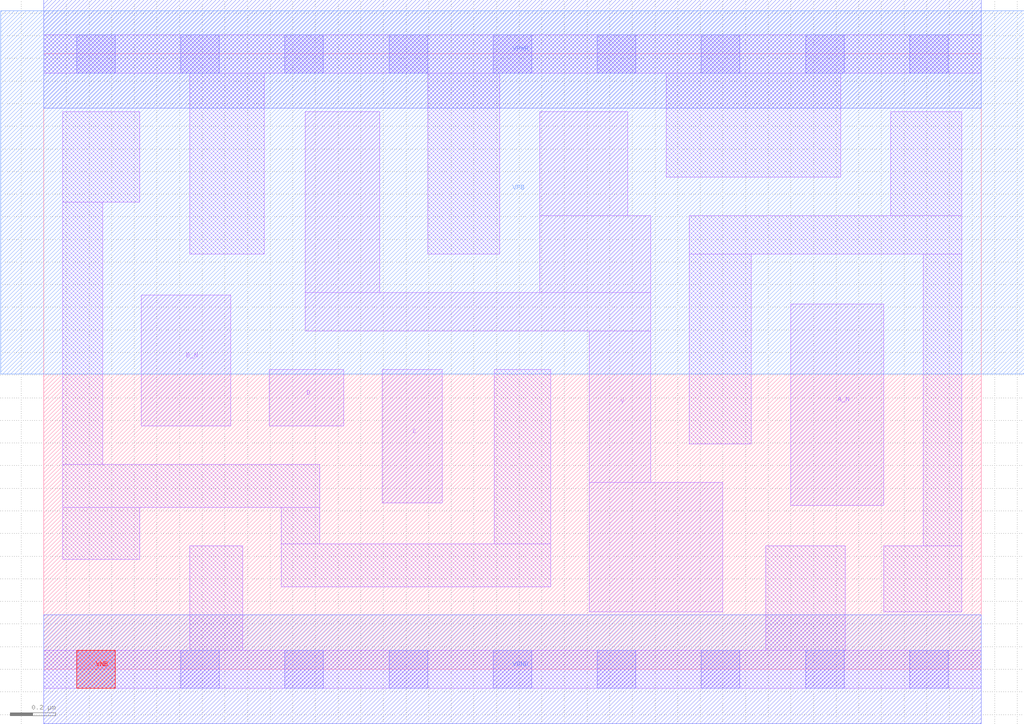
<source format=lef>
# Copyright 2020 The SkyWater PDK Authors
#
# Licensed under the Apache License, Version 2.0 (the "License");
# you may not use this file except in compliance with the License.
# You may obtain a copy of the License at
#
#     https://www.apache.org/licenses/LICENSE-2.0
#
# Unless required by applicable law or agreed to in writing, software
# distributed under the License is distributed on an "AS IS" BASIS,
# WITHOUT WARRANTIES OR CONDITIONS OF ANY KIND, either express or implied.
# See the License for the specific language governing permissions and
# limitations under the License.
#
# SPDX-License-Identifier: Apache-2.0

VERSION 5.7 ;
  NOWIREEXTENSIONATPIN ON ;
  DIVIDERCHAR "/" ;
  BUSBITCHARS "[]" ;
PROPERTYDEFINITIONS
  MACRO maskLayoutSubType STRING ;
  MACRO prCellType STRING ;
  MACRO originalViewName STRING ;
END PROPERTYDEFINITIONS
MACRO sky130_fd_sc_hdll__nand4bb_1
  CLASS CORE ;
  FOREIGN sky130_fd_sc_hdll__nand4bb_1 ;
  ORIGIN  0.000000  0.000000 ;
  SIZE  4.140000 BY  2.720000 ;
  SYMMETRY X Y R90 ;
  SITE unithd ;
  PIN A_N
    ANTENNAGATEAREA  0.138600 ;
    DIRECTION INPUT ;
    USE SIGNAL ;
    PORT
      LAYER li1 ;
        RECT 3.300000 0.725000 3.710000 1.615000 ;
    END
  END A_N
  PIN B_N
    ANTENNAGATEAREA  0.138600 ;
    DIRECTION INPUT ;
    USE SIGNAL ;
    PORT
      LAYER li1 ;
        RECT 0.430000 1.075000 0.825000 1.655000 ;
    END
  END B_N
  PIN C
    ANTENNAGATEAREA  0.277500 ;
    DIRECTION INPUT ;
    USE SIGNAL ;
    PORT
      LAYER li1 ;
        RECT 1.495000 0.735000 1.760000 1.325000 ;
    END
  END C
  PIN D
    ANTENNAGATEAREA  0.277500 ;
    DIRECTION INPUT ;
    USE SIGNAL ;
    PORT
      LAYER li1 ;
        RECT 0.995000 1.075000 1.325000 1.325000 ;
    END
  END D
  PIN VNB
    PORT
      LAYER pwell ;
        RECT 0.145000 -0.085000 0.315000 0.085000 ;
    END
  END VNB
  PIN VPB
    PORT
      LAYER nwell ;
        RECT -0.190000 1.305000 4.330000 2.910000 ;
    END
  END VPB
  PIN Y
    ANTENNADIFFAREA  0.901500 ;
    DIRECTION OUTPUT ;
    USE SIGNAL ;
    PORT
      LAYER li1 ;
        RECT 1.155000 1.495000 2.680000 1.665000 ;
        RECT 1.155000 1.665000 1.485000 2.465000 ;
        RECT 2.190000 1.665000 2.680000 2.005000 ;
        RECT 2.190000 2.005000 2.580000 2.465000 ;
        RECT 2.410000 0.255000 3.000000 0.825000 ;
        RECT 2.410000 0.825000 2.680000 1.495000 ;
    END
  END Y
  PIN VGND
    DIRECTION INOUT ;
    USE GROUND ;
    PORT
      LAYER met1 ;
        RECT 0.000000 -0.240000 4.140000 0.240000 ;
    END
  END VGND
  PIN VPWR
    DIRECTION INOUT ;
    USE POWER ;
    PORT
      LAYER met1 ;
        RECT 0.000000 2.480000 4.140000 2.960000 ;
    END
  END VPWR
  OBS
    LAYER li1 ;
      RECT 0.000000 -0.085000 4.140000 0.085000 ;
      RECT 0.000000  2.635000 4.140000 2.805000 ;
      RECT 0.085000  0.485000 0.425000 0.715000 ;
      RECT 0.085000  0.715000 1.220000 0.905000 ;
      RECT 0.085000  0.905000 0.260000 2.065000 ;
      RECT 0.085000  2.065000 0.425000 2.465000 ;
      RECT 0.645000  0.085000 0.880000 0.545000 ;
      RECT 0.645000  1.835000 0.975000 2.635000 ;
      RECT 1.050000  0.365000 2.240000 0.555000 ;
      RECT 1.050000  0.555000 1.220000 0.715000 ;
      RECT 1.695000  1.835000 2.015000 2.635000 ;
      RECT 1.990000  0.555000 2.240000 1.325000 ;
      RECT 2.750000  2.175000 3.520000 2.635000 ;
      RECT 2.850000  0.995000 3.125000 1.835000 ;
      RECT 2.850000  1.835000 4.055000 2.005000 ;
      RECT 3.190000  0.085000 3.540000 0.545000 ;
      RECT 3.710000  0.255000 4.055000 0.545000 ;
      RECT 3.740000  2.005000 4.055000 2.465000 ;
      RECT 3.885000  0.545000 4.055000 1.835000 ;
    LAYER mcon ;
      RECT 0.145000 -0.085000 0.315000 0.085000 ;
      RECT 0.145000  2.635000 0.315000 2.805000 ;
      RECT 0.605000 -0.085000 0.775000 0.085000 ;
      RECT 0.605000  2.635000 0.775000 2.805000 ;
      RECT 1.065000 -0.085000 1.235000 0.085000 ;
      RECT 1.065000  2.635000 1.235000 2.805000 ;
      RECT 1.525000 -0.085000 1.695000 0.085000 ;
      RECT 1.525000  2.635000 1.695000 2.805000 ;
      RECT 1.985000 -0.085000 2.155000 0.085000 ;
      RECT 1.985000  2.635000 2.155000 2.805000 ;
      RECT 2.445000 -0.085000 2.615000 0.085000 ;
      RECT 2.445000  2.635000 2.615000 2.805000 ;
      RECT 2.905000 -0.085000 3.075000 0.085000 ;
      RECT 2.905000  2.635000 3.075000 2.805000 ;
      RECT 3.365000 -0.085000 3.535000 0.085000 ;
      RECT 3.365000  2.635000 3.535000 2.805000 ;
      RECT 3.825000 -0.085000 3.995000 0.085000 ;
      RECT 3.825000  2.635000 3.995000 2.805000 ;
  END
  PROPERTY maskLayoutSubType "abstract" ;
  PROPERTY prCellType "standard" ;
  PROPERTY originalViewName "layout" ;
END sky130_fd_sc_hdll__nand4bb_1
END LIBRARY

</source>
